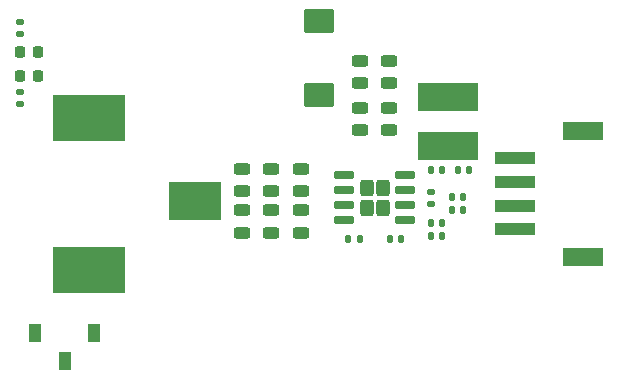
<source format=gtp>
G04 #@! TF.GenerationSoftware,KiCad,Pcbnew,(5.99.0-11105-gfb4343bc8f)*
G04 #@! TF.CreationDate,2021-06-29T16:28:08+01:00*
G04 #@! TF.ProjectId,NB3_power,4e42335f-706f-4776-9572-2e6b69636164,0.0.1*
G04 #@! TF.SameCoordinates,PX7bfa480PY7bfa480*
G04 #@! TF.FileFunction,Paste,Top*
G04 #@! TF.FilePolarity,Positive*
%FSLAX46Y46*%
G04 Gerber Fmt 4.6, Leading zero omitted, Abs format (unit mm)*
G04 Created by KiCad (PCBNEW (5.99.0-11105-gfb4343bc8f)) date 2021-06-29 16:28:08*
%MOMM*%
%LPD*%
G01*
G04 APERTURE LIST*
G04 Aperture macros list*
%AMRoundRect*
0 Rectangle with rounded corners*
0 $1 Rounding radius*
0 $2 $3 $4 $5 $6 $7 $8 $9 X,Y pos of 4 corners*
0 Add a 4 corners polygon primitive as box body*
4,1,4,$2,$3,$4,$5,$6,$7,$8,$9,$2,$3,0*
0 Add four circle primitives for the rounded corners*
1,1,$1+$1,$2,$3*
1,1,$1+$1,$4,$5*
1,1,$1+$1,$6,$7*
1,1,$1+$1,$8,$9*
0 Add four rect primitives between the rounded corners*
20,1,$1+$1,$2,$3,$4,$5,0*
20,1,$1+$1,$4,$5,$6,$7,0*
20,1,$1+$1,$6,$7,$8,$9,0*
20,1,$1+$1,$8,$9,$2,$3,0*%
G04 Aperture macros list end*
%ADD10RoundRect,0.243750X-0.456250X0.243750X-0.456250X-0.243750X0.456250X-0.243750X0.456250X0.243750X0*%
%ADD11RoundRect,0.147500X-0.147500X-0.172500X0.147500X-0.172500X0.147500X0.172500X-0.147500X0.172500X0*%
%ADD12RoundRect,0.135000X0.185000X-0.135000X0.185000X0.135000X-0.185000X0.135000X-0.185000X-0.135000X0*%
%ADD13RoundRect,0.243750X0.456250X-0.243750X0.456250X0.243750X-0.456250X0.243750X-0.456250X-0.243750X0*%
%ADD14RoundRect,0.218750X-0.218750X-0.256250X0.218750X-0.256250X0.218750X0.256250X-0.218750X0.256250X0*%
%ADD15RoundRect,0.250000X1.025000X-0.787500X1.025000X0.787500X-1.025000X0.787500X-1.025000X-0.787500X0*%
%ADD16RoundRect,0.135000X-0.185000X0.135000X-0.185000X-0.135000X0.185000X-0.135000X0.185000X0.135000X0*%
%ADD17R,4.400000X3.300000*%
%ADD18R,6.200000X3.900000*%
%ADD19R,1.000000X1.600000*%
%ADD20RoundRect,0.147500X0.147500X0.172500X-0.147500X0.172500X-0.147500X-0.172500X0.147500X-0.172500X0*%
%ADD21RoundRect,0.147500X0.172500X-0.147500X0.172500X0.147500X-0.172500X0.147500X-0.172500X-0.147500X0*%
%ADD22R,5.100000X2.350000*%
%ADD23R,3.505200X0.990600*%
%ADD24R,3.505200X1.600200*%
%ADD25RoundRect,0.250000X-0.315000X-0.460000X0.315000X-0.460000X0.315000X0.460000X-0.315000X0.460000X0*%
%ADD26RoundRect,0.150000X-0.737500X-0.150000X0.737500X-0.150000X0.737500X0.150000X-0.737500X0.150000X0*%
G04 APERTURE END LIST*
D10*
X32500000Y30275000D03*
X32500000Y28400000D03*
D11*
X36015000Y25000000D03*
X36985000Y25000000D03*
D12*
X1200000Y36490000D03*
X1200000Y37510000D03*
D13*
X25000000Y23212500D03*
X25000000Y25087500D03*
D14*
X1212500Y35000000D03*
X2787500Y35000000D03*
D15*
X26500000Y31387500D03*
X26500000Y37612500D03*
D13*
X20000000Y23212500D03*
X20000000Y25087500D03*
X30000000Y32400000D03*
X30000000Y34275000D03*
D11*
X37765000Y21600000D03*
X38735000Y21600000D03*
D16*
X1200000Y31620000D03*
X1200000Y30600000D03*
D17*
X16000000Y22350000D03*
D18*
X7050000Y29450000D03*
X7050000Y16550000D03*
D19*
X7500000Y11200000D03*
X5000000Y8800000D03*
X2500000Y11200000D03*
D20*
X38735000Y22700000D03*
X37765000Y22700000D03*
D10*
X20000000Y21587500D03*
X20000000Y19712500D03*
X22500000Y21587500D03*
X22500000Y19712500D03*
D13*
X32500000Y32400000D03*
X32500000Y34275000D03*
D14*
X1212500Y33000000D03*
X2787500Y33000000D03*
D13*
X22500000Y23212500D03*
X22500000Y25087500D03*
D21*
X36000000Y22165000D03*
X36000000Y23135000D03*
D11*
X38265000Y25000000D03*
X39235000Y25000000D03*
D20*
X36985000Y20500000D03*
X36015000Y20500000D03*
D10*
X30000000Y30275000D03*
X30000000Y28400000D03*
X25000000Y21587500D03*
X25000000Y19712500D03*
D20*
X36985000Y19400000D03*
X36015000Y19400000D03*
D22*
X37500000Y27075000D03*
X37500000Y31225000D03*
D11*
X29015000Y19200000D03*
X29985000Y19200000D03*
D20*
X33485000Y19200000D03*
X32515000Y19200000D03*
D23*
X43110598Y20000000D03*
X43110598Y21999998D03*
X43110598Y23999999D03*
X43110598Y25999998D03*
D24*
X48860600Y28349998D03*
X48860600Y17649999D03*
D25*
X31930000Y21800000D03*
X30570000Y23500000D03*
X30570000Y21800000D03*
X31930000Y23500000D03*
D26*
X28687500Y24555000D03*
X28687500Y23285000D03*
X28687500Y22015000D03*
X28687500Y20745000D03*
X33812500Y20745000D03*
X33812500Y22015000D03*
X33812500Y23285000D03*
X33812500Y24555000D03*
M02*

</source>
